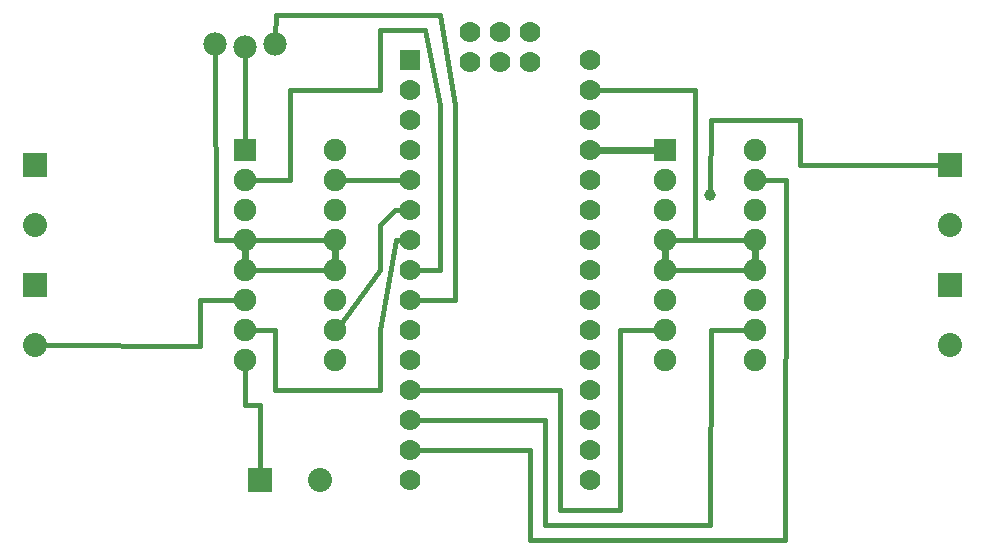
<source format=gtl>
G04 MADE WITH FRITZING*
G04 WWW.FRITZING.ORG*
G04 DOUBLE SIDED*
G04 HOLES PLATED*
G04 CONTOUR ON CENTER OF CONTOUR VECTOR*
%ASAXBY*%
%FSLAX23Y23*%
%MOIN*%
%OFA0B0*%
%SFA1.0B1.0*%
%ADD10C,0.078000*%
%ADD11C,0.075000*%
%ADD12C,0.070000*%
%ADD13C,0.080000*%
%ADD14C,0.039370*%
%ADD15R,0.075000X0.075000*%
%ADD16R,0.069958X0.070000*%
%ADD17R,0.080000X0.080000*%
%ADD18C,0.024000*%
%ADD19C,0.016000*%
%LNCOPPER1*%
G90*
G70*
G54D10*
X877Y1781D03*
X977Y1771D03*
X1077Y1781D03*
G54D11*
X977Y1426D03*
X1277Y1426D03*
X977Y1326D03*
X1277Y1326D03*
X977Y1226D03*
X1277Y1226D03*
X977Y1126D03*
X1277Y1126D03*
X977Y1026D03*
X1277Y1026D03*
X977Y926D03*
X1277Y926D03*
X977Y826D03*
X1277Y826D03*
X977Y726D03*
X1277Y726D03*
X2377Y1426D03*
X2677Y1426D03*
X2377Y1326D03*
X2677Y1326D03*
X2377Y1226D03*
X2677Y1226D03*
X2377Y1126D03*
X2677Y1126D03*
X2377Y1026D03*
X2677Y1026D03*
X2377Y926D03*
X2677Y926D03*
X2377Y826D03*
X2677Y826D03*
X2377Y726D03*
X2677Y726D03*
G54D12*
X1527Y1726D03*
X1527Y1626D03*
X1527Y1526D03*
X1527Y1426D03*
X1527Y1326D03*
X1527Y1226D03*
X1527Y1126D03*
X1527Y1026D03*
X1527Y926D03*
X1527Y826D03*
X1527Y726D03*
X1527Y626D03*
X1527Y526D03*
X1527Y426D03*
X1527Y326D03*
X2127Y1726D03*
X2127Y1626D03*
X2127Y1526D03*
X2127Y1426D03*
X2127Y1326D03*
X2127Y1226D03*
X2127Y1126D03*
X2127Y1026D03*
X2127Y926D03*
X2127Y826D03*
X2127Y726D03*
X2127Y626D03*
X2127Y526D03*
X2127Y426D03*
X2127Y326D03*
X1727Y1821D03*
X1727Y1721D03*
X1827Y1821D03*
X1827Y1721D03*
X1927Y1821D03*
X1927Y1721D03*
G54D13*
X1027Y326D03*
X1227Y326D03*
X3327Y1376D03*
X3327Y1176D03*
X277Y976D03*
X277Y776D03*
X277Y1376D03*
X277Y1176D03*
G54D14*
X2527Y1276D03*
G54D13*
X3327Y976D03*
X3327Y776D03*
G54D15*
X977Y1426D03*
X2377Y1426D03*
G54D16*
X1527Y1726D03*
G54D17*
X1027Y326D03*
X3327Y1376D03*
X277Y976D03*
X277Y1376D03*
X3327Y976D03*
G54D18*
X2348Y1426D02*
X2156Y1426D01*
G54D19*
D02*
X977Y1746D02*
X977Y1449D01*
D02*
X878Y1127D02*
X954Y1126D01*
D02*
X1078Y1876D02*
X1627Y1876D01*
D02*
X1677Y1575D02*
X1677Y927D01*
D02*
X1627Y1876D02*
X1677Y1575D01*
D02*
X1077Y1805D02*
X1078Y1876D01*
D02*
X1677Y927D02*
X1551Y926D01*
D02*
X877Y1756D02*
X878Y1127D01*
D02*
X1000Y1126D02*
X1254Y1126D01*
D02*
X1000Y1026D02*
X1254Y1026D01*
G54D18*
D02*
X1277Y1054D02*
X1277Y1097D01*
G54D19*
D02*
X2476Y1126D02*
X2400Y1126D01*
D02*
X2654Y1126D02*
X2476Y1126D01*
D02*
X2654Y1026D02*
X2400Y1026D01*
D02*
X1477Y1226D02*
X1503Y1226D01*
D02*
X1077Y626D02*
X1427Y626D01*
D02*
X1000Y826D02*
X1077Y826D01*
D02*
X1427Y626D02*
X1427Y626D01*
D02*
X1478Y1126D02*
X1503Y1126D01*
D02*
X1127Y1625D02*
X1426Y1625D01*
D02*
X1426Y1625D02*
X1427Y1827D01*
D02*
X1127Y1326D02*
X1127Y1625D01*
D02*
X1427Y1827D02*
X1577Y1825D01*
D02*
X1627Y1575D02*
X1627Y1025D01*
D02*
X1577Y1825D02*
X1627Y1575D01*
D02*
X1627Y1025D02*
X1551Y1026D01*
D02*
X1000Y1326D02*
X1127Y1326D01*
D02*
X1927Y425D02*
X1551Y426D01*
D02*
X1927Y126D02*
X1927Y425D01*
D02*
X2727Y125D02*
X1927Y126D01*
D02*
X2727Y1327D02*
X2779Y1325D01*
D02*
X2700Y1326D02*
X2727Y1327D01*
D02*
X2227Y827D02*
X2227Y227D01*
D02*
X2027Y225D02*
X2027Y626D01*
D02*
X2027Y626D02*
X1551Y626D01*
D02*
X2354Y826D02*
X2227Y827D01*
D02*
X1977Y175D02*
X1977Y527D01*
D02*
X1977Y527D02*
X1551Y526D01*
D02*
X2526Y175D02*
X1977Y175D01*
D02*
X2677Y826D02*
X2528Y826D01*
D02*
X2656Y836D02*
X2677Y826D01*
D02*
X2476Y1126D02*
X2477Y1625D01*
D02*
X2477Y1625D02*
X2151Y1626D01*
G54D18*
D02*
X2377Y1054D02*
X2377Y1097D01*
D02*
X2677Y1054D02*
X2677Y1097D01*
D02*
X977Y1054D02*
X977Y1097D01*
G54D19*
D02*
X1027Y351D02*
X1027Y576D01*
D02*
X1027Y576D02*
X976Y577D01*
D02*
X2827Y1376D02*
X2827Y1525D01*
D02*
X2827Y1525D02*
X2528Y1525D01*
D02*
X3301Y1376D02*
X2827Y1376D01*
D02*
X1426Y1176D02*
X1427Y1026D01*
D02*
X1427Y1026D02*
X1291Y844D01*
D02*
X1477Y1226D02*
X1426Y1176D01*
D02*
X976Y577D02*
X977Y703D01*
D02*
X2779Y1325D02*
X2776Y125D01*
D02*
X2776Y125D02*
X2727Y125D01*
D02*
X2528Y826D02*
X2526Y175D01*
D02*
X2528Y1525D02*
X2527Y1289D01*
D02*
X1427Y826D02*
X1478Y1126D01*
D02*
X1427Y626D02*
X1427Y826D01*
D02*
X2227Y227D02*
X2027Y225D01*
D02*
X1503Y1326D02*
X1300Y1326D01*
D02*
X826Y774D02*
X303Y776D01*
D02*
X827Y925D02*
X826Y774D01*
D02*
X954Y926D02*
X827Y925D01*
D02*
X1077Y826D02*
X1077Y626D01*
G04 End of Copper1*
M02*
</source>
